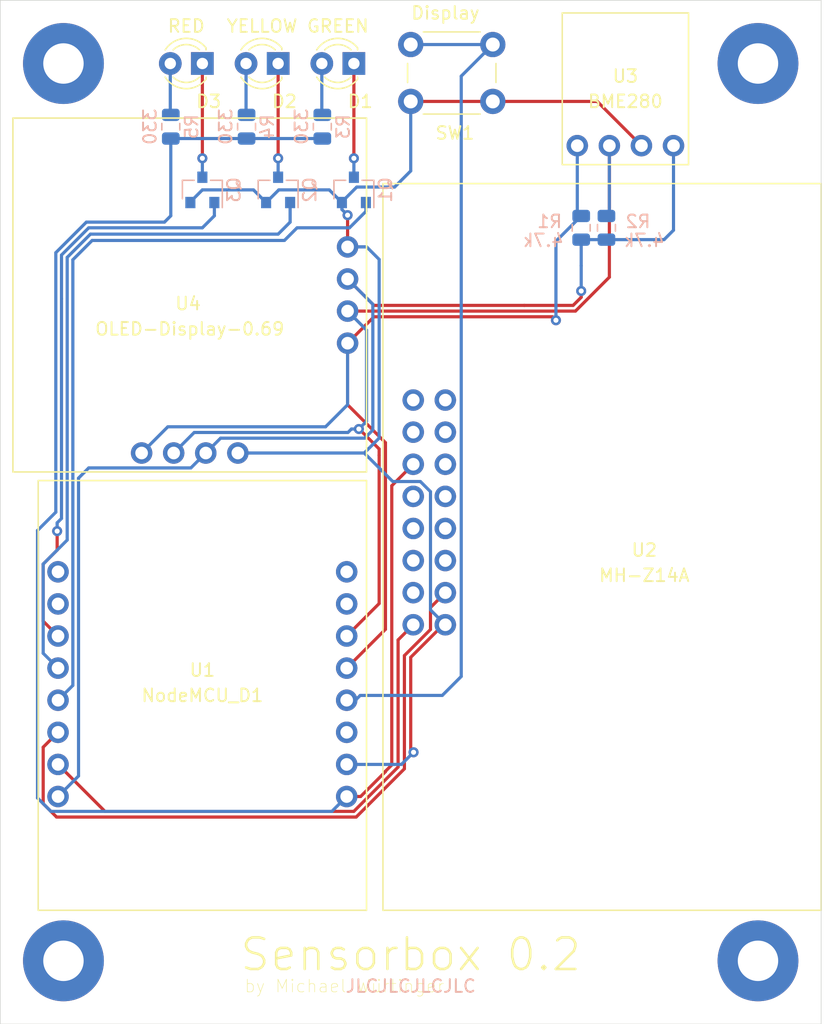
<source format=kicad_pcb>
(kicad_pcb (version 20171130) (host pcbnew 5.1.6+dfsg1-1)

  (general
    (thickness 1.6)
    (drawings 7)
    (tracks 178)
    (zones 0)
    (modules 21)
    (nets 35)
  )

  (page A4)
  (layers
    (0 F.Cu signal)
    (31 B.Cu signal)
    (32 B.Adhes user)
    (33 F.Adhes user)
    (34 B.Paste user)
    (35 F.Paste user)
    (36 B.SilkS user)
    (37 F.SilkS user)
    (38 B.Mask user)
    (39 F.Mask user)
    (40 Dwgs.User user)
    (41 Cmts.User user)
    (42 Eco1.User user)
    (43 Eco2.User user)
    (44 Edge.Cuts user)
    (45 Margin user)
    (46 B.CrtYd user)
    (47 F.CrtYd user)
    (48 B.Fab user)
    (49 F.Fab user)
  )

  (setup
    (last_trace_width 0.25)
    (trace_clearance 0.2)
    (zone_clearance 0.508)
    (zone_45_only no)
    (trace_min 0.127)
    (via_size 0.8)
    (via_drill 0.4)
    (via_min_size 0.4)
    (via_min_drill 0.3)
    (uvia_size 0.3)
    (uvia_drill 0.1)
    (uvias_allowed no)
    (uvia_min_size 0.2)
    (uvia_min_drill 0.1)
    (edge_width 0.05)
    (segment_width 0.2)
    (pcb_text_width 0.3)
    (pcb_text_size 1.5 1.5)
    (mod_edge_width 0.12)
    (mod_text_size 1 1)
    (mod_text_width 0.15)
    (pad_size 6.4 6.4)
    (pad_drill 3.2)
    (pad_to_mask_clearance 0.051)
    (solder_mask_min_width 0.25)
    (aux_axis_origin 0 0)
    (visible_elements FFFFFF7F)
    (pcbplotparams
      (layerselection 0x010f0_ffffffff)
      (usegerberextensions false)
      (usegerberattributes false)
      (usegerberadvancedattributes false)
      (creategerberjobfile false)
      (excludeedgelayer true)
      (linewidth 0.100000)
      (plotframeref false)
      (viasonmask false)
      (mode 1)
      (useauxorigin false)
      (hpglpennumber 1)
      (hpglpenspeed 20)
      (hpglpendiameter 15.000000)
      (psnegative false)
      (psa4output false)
      (plotreference true)
      (plotvalue true)
      (plotinvisibletext false)
      (padsonsilk false)
      (subtractmaskfromsilk false)
      (outputformat 1)
      (mirror false)
      (drillshape 0)
      (scaleselection 1)
      (outputdirectory "gerber"))
  )

  (net 0 "")
  (net 1 GND)
  (net 2 5V)
  (net 3 3V3)
  (net 4 S2)
  (net 5 S1)
  (net 6 SDA)
  (net 7 SCL)
  (net 8 "Net-(U1-Pad8)")
  (net 9 "Net-(U1-Pad7)")
  (net 10 "Net-(U1-Pad3)")
  (net 11 "Net-(U1-Pad9)")
  (net 12 "Net-(U1-Pad10)")
  (net 13 "Net-(U2-Pad2)")
  (net 14 "Net-(U2-Pad14)")
  (net 15 "Net-(U2-Pad15)")
  (net 16 "Net-(U2-Pad4)")
  (net 17 "Net-(U2-Pad8)")
  (net 18 "Net-(U2-Pad6)")
  (net 19 "Net-(U2-Pad9)")
  (net 20 "Net-(U2-Pad7)")
  (net 21 "Net-(U2-Pad5)")
  (net 22 "Net-(U2-Pad3)")
  (net 23 "Net-(U2-Pad16)")
  (net 24 "Net-(U2-Pad17)")
  (net 25 "Net-(D1-Pad1)")
  (net 26 "Net-(D1-Pad2)")
  (net 27 "Net-(D2-Pad2)")
  (net 28 "Net-(D2-Pad1)")
  (net 29 "Net-(D3-Pad2)")
  (net 30 "Net-(D3-Pad1)")
  (net 31 GREEN)
  (net 32 YELLOW)
  (net 33 RED)
  (net 34 DISPLAY)

  (net_class Default "This is the default net class."
    (clearance 0.2)
    (trace_width 0.25)
    (via_dia 0.8)
    (via_drill 0.4)
    (uvia_dia 0.3)
    (uvia_drill 0.1)
    (add_net 3V3)
    (add_net 5V)
    (add_net DISPLAY)
    (add_net GND)
    (add_net GREEN)
    (add_net "Net-(D1-Pad1)")
    (add_net "Net-(D1-Pad2)")
    (add_net "Net-(D2-Pad1)")
    (add_net "Net-(D2-Pad2)")
    (add_net "Net-(D3-Pad1)")
    (add_net "Net-(D3-Pad2)")
    (add_net "Net-(U1-Pad10)")
    (add_net "Net-(U1-Pad3)")
    (add_net "Net-(U1-Pad7)")
    (add_net "Net-(U1-Pad8)")
    (add_net "Net-(U1-Pad9)")
    (add_net "Net-(U2-Pad14)")
    (add_net "Net-(U2-Pad15)")
    (add_net "Net-(U2-Pad16)")
    (add_net "Net-(U2-Pad17)")
    (add_net "Net-(U2-Pad2)")
    (add_net "Net-(U2-Pad3)")
    (add_net "Net-(U2-Pad4)")
    (add_net "Net-(U2-Pad5)")
    (add_net "Net-(U2-Pad6)")
    (add_net "Net-(U2-Pad7)")
    (add_net "Net-(U2-Pad8)")
    (add_net "Net-(U2-Pad9)")
    (add_net RED)
    (add_net S1)
    (add_net S2)
    (add_net SCL)
    (add_net SDA)
    (add_net YELLOW)
  )

  (module sensorbox:MH-Z14A (layer F.Cu) (tedit 5FC13F8D) (tstamp 5FC4270D)
    (at 65 14.5 270)
    (path /5F870D57)
    (fp_text reference U2 (at 29 14 180) (layer F.SilkS)
      (effects (font (size 1 1) (thickness 0.15)))
    )
    (fp_text value MH-Z14A (at 31 14 180) (layer F.SilkS)
      (effects (font (size 1 1) (thickness 0.15)))
    )
    (fp_line (start 0 0) (end 57.5 0) (layer F.Fab) (width 0.12))
    (fp_line (start 0 34.7) (end 57.5 34.7) (layer F.Fab) (width 0.12))
    (fp_line (start 0 0) (end 0 34.7) (layer F.Fab) (width 0.12))
    (fp_line (start 57.5 0) (end 57.5 34.7) (layer F.Fab) (width 0.12))
    (fp_line (start 0 0) (end 57.5 0) (layer F.SilkS) (width 0.12))
    (fp_line (start 0 34.7) (end 57.5 34.7) (layer F.SilkS) (width 0.12))
    (fp_line (start 0 0) (end 0 34.7) (layer F.SilkS) (width 0.12))
    (fp_line (start 57.5 34.7) (end 57.5 0) (layer F.SilkS) (width 0.12))
    (pad 2 thru_hole circle (at 22.21 29.76 270) (size 1.7 1.7) (drill 1) (layers *.Cu *.Mask)
      (net 13 "Net-(U2-Pad2)"))
    (pad 14 thru_hole circle (at 17.13 29.76 270) (size 1.7 1.7) (drill 1) (layers *.Cu *.Mask)
      (net 14 "Net-(U2-Pad14)"))
    (pad 15 thru_hole circle (at 19.67 29.76 270) (size 1.7 1.7) (drill 1) (layers *.Cu *.Mask)
      (net 15 "Net-(U2-Pad15)"))
    (pad 4 thru_hole circle (at 24.75 29.76 270) (size 1.7 1.7) (drill 1) (layers *.Cu *.Mask)
      (net 16 "Net-(U2-Pad4)"))
    (pad 10 thru_hole circle (at 32.37 29.76 270) (size 1.7 1.7) (drill 1) (layers *.Cu *.Mask)
      (net 5 S1))
    (pad 12 thru_hole circle (at 34.91 29.76 270) (size 1.7 1.7) (drill 1) (layers *.Cu *.Mask)
      (net 1 GND))
    (pad 8 thru_hole circle (at 29.83 29.76 270) (size 1.7 1.7) (drill 1) (layers *.Cu *.Mask)
      (net 17 "Net-(U2-Pad8)"))
    (pad 6 thru_hole circle (at 27.29 29.76 270) (size 1.7 1.7) (drill 1) (layers *.Cu *.Mask)
      (net 18 "Net-(U2-Pad6)"))
    (pad 11 thru_hole circle (at 34.91 32.3 270) (size 1.7 1.7) (drill 1) (layers *.Cu *.Mask)
      (net 4 S2))
    (pad 9 thru_hole circle (at 32.37 32.3 270) (size 1.7 1.7) (drill 1) (layers *.Cu *.Mask)
      (net 19 "Net-(U2-Pad9)"))
    (pad 7 thru_hole circle (at 29.83 32.3 270) (size 1.7 1.7) (drill 1) (layers *.Cu *.Mask)
      (net 20 "Net-(U2-Pad7)"))
    (pad 5 thru_hole circle (at 27.29 32.3 270) (size 1.7 1.7) (drill 1) (layers *.Cu *.Mask)
      (net 21 "Net-(U2-Pad5)"))
    (pad 3 thru_hole circle (at 24.75 32.3 270) (size 1.7 1.7) (drill 1) (layers *.Cu *.Mask)
      (net 22 "Net-(U2-Pad3)"))
    (pad 1 thru_hole circle (at 22.21 32.3 270) (size 1.7 1.7) (drill 1) (layers *.Cu *.Mask)
      (net 2 5V))
    (pad 16 thru_hole circle (at 19.67 32.3 270) (size 1.7 1.7) (drill 1) (layers *.Cu *.Mask)
      (net 23 "Net-(U2-Pad16)"))
    (pad 17 thru_hole circle (at 17.13 32.3 270) (size 1.7 1.7) (drill 1) (layers *.Cu *.Mask)
      (net 24 "Net-(U2-Pad17)"))
  )

  (module sensorbox:OLED-Display-0.69 (layer F.Cu) (tedit 5FC13FA3) (tstamp 5FC41DD1)
    (at 15 23.319999 180)
    (path /5F98F406)
    (fp_text reference U5 (at 0.129999 1) (layer F.SilkS) hide
      (effects (font (size 1 1) (thickness 0.15)))
    )
    (fp_text value OLED-Display-0.69 (at 0 -2.680001) (layer F.SilkS)
      (effects (font (size 1 1) (thickness 0.15)))
    )
    (fp_line (start -14 -14) (end 14 -14) (layer F.Fab) (width 0.12))
    (fp_line (start 14 -14) (end 14 14) (layer F.Fab) (width 0.12))
    (fp_line (start 14 14) (end -14 14) (layer F.Fab) (width 0.12))
    (fp_line (start -14 14) (end -14 -14) (layer F.Fab) (width 0.12))
    (fp_line (start -14 -14) (end 14 -14) (layer F.SilkS) (width 0.12))
    (fp_line (start 14 -14) (end 14 14) (layer F.SilkS) (width 0.12))
    (fp_line (start 14 14) (end -14 14) (layer F.SilkS) (width 0.12))
    (fp_line (start -14 14) (end -14 -14) (layer F.SilkS) (width 0.12))
    (pad 4 thru_hole circle (at 3.81 -12.5 180) (size 1.7 1.7) (drill 1) (layers *.Cu *.Mask)
      (net 6 SDA))
    (pad 3 thru_hole circle (at 1.27 -12.5 180) (size 1.7 1.7) (drill 1) (layers *.Cu *.Mask)
      (net 7 SCL))
    (pad 2 thru_hole circle (at -1.27 -12.5 180) (size 1.7 1.7) (drill 1) (layers *.Cu *.Mask)
      (net 3 3V3))
    (pad 1 thru_hole circle (at -3.81 -12.5 180) (size 1.7 1.7) (drill 1) (layers *.Cu *.Mask)
      (net 1 GND))
  )

  (module sensorbox:OLED-Display-0.69 (layer F.Cu) (tedit 5FC13FA3) (tstamp 5FC41DFE)
    (at 15 23.319999 270)
    (path /5F875EE2)
    (fp_text reference U4 (at 0.680001 0.129999 180) (layer F.SilkS)
      (effects (font (size 1 1) (thickness 0.15)))
    )
    (fp_text value OLED-Display-0.69 (at 0 -2 90) (layer F.Fab) hide
      (effects (font (size 1 1) (thickness 0.15)))
    )
    (fp_line (start -14 -14) (end 14 -14) (layer F.Fab) (width 0.12))
    (fp_line (start 14 -14) (end 14 14) (layer F.Fab) (width 0.12))
    (fp_line (start 14 14) (end -14 14) (layer F.Fab) (width 0.12))
    (fp_line (start -14 14) (end -14 -14) (layer F.Fab) (width 0.12))
    (fp_line (start -14 -14) (end 14 -14) (layer F.SilkS) (width 0.12))
    (fp_line (start 14 -14) (end 14 14) (layer F.SilkS) (width 0.12))
    (fp_line (start 14 14) (end -14 14) (layer F.SilkS) (width 0.12))
    (fp_line (start -14 14) (end -14 -14) (layer F.SilkS) (width 0.12))
    (pad 4 thru_hole circle (at 3.81 -12.5 270) (size 1.7 1.7) (drill 1) (layers *.Cu *.Mask)
      (net 6 SDA))
    (pad 3 thru_hole circle (at 1.27 -12.5 270) (size 1.7 1.7) (drill 1) (layers *.Cu *.Mask)
      (net 7 SCL))
    (pad 2 thru_hole circle (at -1.27 -12.5 270) (size 1.7 1.7) (drill 1) (layers *.Cu *.Mask)
      (net 3 3V3))
    (pad 1 thru_hole circle (at -3.81 -12.5 270) (size 1.7 1.7) (drill 1) (layers *.Cu *.Mask)
      (net 1 GND))
  )

  (module sensorbox:BME280 (layer F.Cu) (tedit 5FC13F4D) (tstamp 5FC41EDF)
    (at 49.5 7 180)
    (path /5F878379)
    (fp_text reference U3 (at 0 1) (layer F.SilkS)
      (effects (font (size 1 1) (thickness 0.15)))
    )
    (fp_text value BME280 (at 0 -1) (layer F.SilkS)
      (effects (font (size 1 1) (thickness 0.15)))
    )
    (fp_line (start -5 6) (end -5 -6) (layer F.SilkS) (width 0.12))
    (fp_line (start 5 6) (end -5 6) (layer F.SilkS) (width 0.12))
    (fp_line (start 5 -6) (end 5 6) (layer F.SilkS) (width 0.12))
    (fp_line (start -5 -6) (end 5 -6) (layer F.SilkS) (width 0.12))
    (fp_line (start -5 6) (end -5 -6) (layer F.Fab) (width 0.12))
    (fp_line (start 5 6) (end -5 6) (layer F.Fab) (width 0.12))
    (fp_line (start 5 -6) (end 5 6) (layer F.Fab) (width 0.12))
    (fp_line (start -5 -6) (end 5 -6) (layer F.Fab) (width 0.12))
    (pad 4 thru_hole circle (at 3.81 -4.5 180) (size 1.7 1.7) (drill 1) (layers *.Cu *.Mask)
      (net 6 SDA))
    (pad 3 thru_hole circle (at 1.27 -4.5 180) (size 1.7 1.7) (drill 1) (layers *.Cu *.Mask)
      (net 7 SCL))
    (pad 2 thru_hole circle (at -1.27 -4.5 180) (size 1.7 1.7) (drill 1) (layers *.Cu *.Mask)
      (net 1 GND))
    (pad 1 thru_hole circle (at -3.81 -4.5 180) (size 1.7 1.7) (drill 1) (layers *.Cu *.Mask)
      (net 3 3V3))
  )

  (module sensorbox:NodeMCU_D1 (layer F.Cu) (tedit 5F833040) (tstamp 5FC422E1)
    (at 16 72 90)
    (path /5F86460D)
    (fp_text reference U1 (at 19 0 180) (layer F.SilkS)
      (effects (font (size 1 1) (thickness 0.15)))
    )
    (fp_text value NodeMCU_D1 (at 17 0 180) (layer F.SilkS)
      (effects (font (size 1 1) (thickness 0.15)))
    )
    (fp_line (start 0 13) (end 34 13) (layer F.Fab) (width 0.12))
    (fp_line (start 0 -13) (end 34 -13) (layer F.Fab) (width 0.12))
    (fp_line (start 34 -13) (end 34 13) (layer F.Fab) (width 0.12))
    (fp_line (start 0 -13) (end 0 13) (layer F.Fab) (width 0.12))
    (fp_line (start 0 -13) (end 34 -13) (layer F.SilkS) (width 0.12))
    (fp_line (start 34 -13) (end 34 13) (layer F.SilkS) (width 0.12))
    (fp_line (start 34 13) (end 0 13) (layer F.SilkS) (width 0.12))
    (fp_line (start 0 13) (end 0 -13) (layer F.SilkS) (width 0.12))
    (fp_line (start 0 -2) (end 2 -2) (layer Dwgs.User) (width 0.12))
    (fp_line (start 2 -2) (end 2 2) (layer Dwgs.User) (width 0.12))
    (fp_line (start 2 2) (end 0 2) (layer Dwgs.User) (width 0.12))
    (fp_line (start 34 -9) (end 28 -9) (layer Dwgs.User) (width 0.12))
    (fp_line (start 28 -9) (end 28 7) (layer Dwgs.User) (width 0.12))
    (fp_line (start 28 7) (end 34 7) (layer Dwgs.User) (width 0.12))
    (pad 8 thru_hole circle (at 26.78 11.43 90) (size 1.7 1.7) (drill 1) (layers *.Cu *.Mask)
      (net 8 "Net-(U1-Pad8)"))
    (pad 2 thru_hole circle (at 11.54 11.43 90) (size 1.7 1.7) (drill 1) (layers *.Cu *.Mask)
      (net 1 GND))
    (pad 1 thru_hole circle (at 9 11.43 90) (size 1.7 1.7) (drill 1) (layers *.Cu *.Mask)
      (net 2 5V))
    (pad 7 thru_hole circle (at 24.24 11.43 90) (size 1.7 1.7) (drill 1) (layers *.Cu *.Mask)
      (net 9 "Net-(U1-Pad7)"))
    (pad 6 thru_hole circle (at 21.7 11.43 90) (size 1.7 1.7) (drill 1) (layers *.Cu *.Mask)
      (net 7 SCL))
    (pad 3 thru_hole circle (at 14.08 11.43 90) (size 1.7 1.7) (drill 1) (layers *.Cu *.Mask)
      (net 10 "Net-(U1-Pad3)"))
    (pad 4 thru_hole circle (at 16.62 11.43 90) (size 1.7 1.7) (drill 1) (layers *.Cu *.Mask)
      (net 34 DISPLAY))
    (pad 5 thru_hole circle (at 19.16 11.43 90) (size 1.7 1.7) (drill 1) (layers *.Cu *.Mask)
      (net 6 SDA))
    (pad 9 thru_hole circle (at 26.78 -11.43 90) (size 1.7 1.7) (drill 1) (layers *.Cu *.Mask)
      (net 11 "Net-(U1-Pad9)"))
    (pad 10 thru_hole circle (at 24.24 -11.43 90) (size 1.7 1.7) (drill 1) (layers *.Cu *.Mask)
      (net 12 "Net-(U1-Pad10)"))
    (pad 11 thru_hole circle (at 21.7 -11.43 90) (size 1.7 1.7) (drill 1) (layers *.Cu *.Mask)
      (net 33 RED))
    (pad 12 thru_hole circle (at 19.16 -11.43 90) (size 1.7 1.7) (drill 1) (layers *.Cu *.Mask)
      (net 32 YELLOW))
    (pad 13 thru_hole circle (at 16.62 -11.43 90) (size 1.7 1.7) (drill 1) (layers *.Cu *.Mask)
      (net 31 GREEN))
    (pad 14 thru_hole circle (at 14.08 -11.43 90) (size 1.7 1.7) (drill 1) (layers *.Cu *.Mask)
      (net 5 S1))
    (pad 15 thru_hole circle (at 11.54 -11.43 90) (size 1.7 1.7) (drill 1) (layers *.Cu *.Mask)
      (net 4 S2))
    (pad 16 thru_hole circle (at 9 -11.43 90) (size 1.7 1.7) (drill 1) (layers *.Cu *.Mask)
      (net 3 3V3))
  )

  (module LED_THT:LED_D3.0mm (layer F.Cu) (tedit 587A3A7B) (tstamp 5FC421D9)
    (at 16 5 180)
    (descr "LED, diameter 3.0mm, 2 pins")
    (tags "LED diameter 3.0mm 2 pins")
    (path /5F884E0D)
    (fp_text reference D3 (at -0.5 -3) (layer F.SilkS)
      (effects (font (size 1 1) (thickness 0.15)))
    )
    (fp_text value RED (at 1.27 2.96) (layer F.SilkS)
      (effects (font (size 1 1) (thickness 0.15)))
    )
    (fp_line (start 3.7 -2.25) (end -1.15 -2.25) (layer F.CrtYd) (width 0.05))
    (fp_line (start 3.7 2.25) (end 3.7 -2.25) (layer F.CrtYd) (width 0.05))
    (fp_line (start -1.15 2.25) (end 3.7 2.25) (layer F.CrtYd) (width 0.05))
    (fp_line (start -1.15 -2.25) (end -1.15 2.25) (layer F.CrtYd) (width 0.05))
    (fp_line (start -0.29 1.08) (end -0.29 1.236) (layer F.SilkS) (width 0.12))
    (fp_line (start -0.29 -1.236) (end -0.29 -1.08) (layer F.SilkS) (width 0.12))
    (fp_line (start -0.23 -1.16619) (end -0.23 1.16619) (layer F.Fab) (width 0.1))
    (fp_circle (center 1.27 0) (end 2.77 0) (layer F.Fab) (width 0.1))
    (fp_arc (start 1.27 0) (end 0.229039 1.08) (angle -87.9) (layer F.SilkS) (width 0.12))
    (fp_arc (start 1.27 0) (end 0.229039 -1.08) (angle 87.9) (layer F.SilkS) (width 0.12))
    (fp_arc (start 1.27 0) (end -0.29 1.235516) (angle -108.8) (layer F.SilkS) (width 0.12))
    (fp_arc (start 1.27 0) (end -0.29 -1.235516) (angle 108.8) (layer F.SilkS) (width 0.12))
    (fp_arc (start 1.27 0) (end -0.23 -1.16619) (angle 284.3) (layer F.Fab) (width 0.1))
    (pad 2 thru_hole circle (at 2.54 0 180) (size 1.8 1.8) (drill 0.9) (layers *.Cu *.Mask)
      (net 29 "Net-(D3-Pad2)"))
    (pad 1 thru_hole rect (at 0 0 180) (size 1.8 1.8) (drill 0.9) (layers *.Cu *.Mask)
      (net 30 "Net-(D3-Pad1)"))
    (model ${KISYS3DMOD}/LED_THT.3dshapes/LED_D3.0mm.wrl
      (at (xyz 0 0 0))
      (scale (xyz 1 1 1))
      (rotate (xyz 0 0 0))
    )
  )

  (module LED_THT:LED_D3.0mm (layer F.Cu) (tedit 587A3A7B) (tstamp 5FC421A3)
    (at 22 5 180)
    (descr "LED, diameter 3.0mm, 2 pins")
    (tags "LED diameter 3.0mm 2 pins")
    (path /5F8F0CFC)
    (fp_text reference D2 (at -0.5 -3) (layer F.SilkS)
      (effects (font (size 1 1) (thickness 0.15)))
    )
    (fp_text value YELLOW (at 1.27 2.96) (layer F.SilkS)
      (effects (font (size 1 1) (thickness 0.15)))
    )
    (fp_line (start 3.7 -2.25) (end -1.15 -2.25) (layer F.CrtYd) (width 0.05))
    (fp_line (start 3.7 2.25) (end 3.7 -2.25) (layer F.CrtYd) (width 0.05))
    (fp_line (start -1.15 2.25) (end 3.7 2.25) (layer F.CrtYd) (width 0.05))
    (fp_line (start -1.15 -2.25) (end -1.15 2.25) (layer F.CrtYd) (width 0.05))
    (fp_line (start -0.29 1.08) (end -0.29 1.236) (layer F.SilkS) (width 0.12))
    (fp_line (start -0.29 -1.236) (end -0.29 -1.08) (layer F.SilkS) (width 0.12))
    (fp_line (start -0.23 -1.16619) (end -0.23 1.16619) (layer F.Fab) (width 0.1))
    (fp_circle (center 1.27 0) (end 2.77 0) (layer F.Fab) (width 0.1))
    (fp_arc (start 1.27 0) (end 0.229039 1.08) (angle -87.9) (layer F.SilkS) (width 0.12))
    (fp_arc (start 1.27 0) (end 0.229039 -1.08) (angle 87.9) (layer F.SilkS) (width 0.12))
    (fp_arc (start 1.27 0) (end -0.29 1.235516) (angle -108.8) (layer F.SilkS) (width 0.12))
    (fp_arc (start 1.27 0) (end -0.29 -1.235516) (angle 108.8) (layer F.SilkS) (width 0.12))
    (fp_arc (start 1.27 0) (end -0.23 -1.16619) (angle 284.3) (layer F.Fab) (width 0.1))
    (pad 2 thru_hole circle (at 2.54 0 180) (size 1.8 1.8) (drill 0.9) (layers *.Cu *.Mask)
      (net 27 "Net-(D2-Pad2)"))
    (pad 1 thru_hole rect (at 0 0 180) (size 1.8 1.8) (drill 0.9) (layers *.Cu *.Mask)
      (net 28 "Net-(D2-Pad1)"))
    (model ${KISYS3DMOD}/LED_THT.3dshapes/LED_D3.0mm.wrl
      (at (xyz 0 0 0))
      (scale (xyz 1 1 1))
      (rotate (xyz 0 0 0))
    )
  )

  (module MountingHole:MountingHole_3.2mm_M3_Pad (layer F.Cu) (tedit 56D1B4CB) (tstamp 5FC42183)
    (at 60 76)
    (descr "Mounting Hole 3.2mm, M3")
    (tags "mounting hole 3.2mm m3")
    (attr virtual)
    (fp_text reference REF** (at 0 -4.2) (layer F.SilkS) hide
      (effects (font (size 1 1) (thickness 0.15)))
    )
    (fp_text value MountingHole_3.2mm_M3_Pad (at 0 4.2) (layer F.Fab) hide
      (effects (font (size 1 1) (thickness 0.15)))
    )
    (fp_circle (center 0 0) (end 3.45 0) (layer F.CrtYd) (width 0.05))
    (fp_circle (center 0 0) (end 3.2 0) (layer Cmts.User) (width 0.15))
    (fp_text user %R (at 0.3 0) (layer F.Fab)
      (effects (font (size 1 1) (thickness 0.15)))
    )
    (pad 1 thru_hole circle (at 0 0) (size 6.4 6.4) (drill 3.2) (layers *.Cu *.Mask))
  )

  (module Package_TO_SOT_SMD:SOT-23 (layer B.Cu) (tedit 5A02FF57) (tstamp 5FC42154)
    (at 28 15 90)
    (descr "SOT-23, Standard")
    (tags SOT-23)
    (path /5F8EE26C)
    (attr smd)
    (fp_text reference Q1 (at 0 2.5 90) (layer B.SilkS)
      (effects (font (size 1 1) (thickness 0.15)) (justify mirror))
    )
    (fp_text value 2N7002 (at 0 -2.5 90) (layer B.Fab) hide
      (effects (font (size 1 1) (thickness 0.15)) (justify mirror))
    )
    (fp_line (start 0.76 -1.58) (end -0.7 -1.58) (layer B.SilkS) (width 0.12))
    (fp_line (start 0.76 1.58) (end -1.4 1.58) (layer B.SilkS) (width 0.12))
    (fp_line (start -1.7 -1.75) (end -1.7 1.75) (layer B.CrtYd) (width 0.05))
    (fp_line (start 1.7 -1.75) (end -1.7 -1.75) (layer B.CrtYd) (width 0.05))
    (fp_line (start 1.7 1.75) (end 1.7 -1.75) (layer B.CrtYd) (width 0.05))
    (fp_line (start -1.7 1.75) (end 1.7 1.75) (layer B.CrtYd) (width 0.05))
    (fp_line (start 0.76 1.58) (end 0.76 0.65) (layer B.SilkS) (width 0.12))
    (fp_line (start 0.76 -1.58) (end 0.76 -0.65) (layer B.SilkS) (width 0.12))
    (fp_line (start -0.7 -1.52) (end 0.7 -1.52) (layer B.Fab) (width 0.1))
    (fp_line (start 0.7 1.52) (end 0.7 -1.52) (layer B.Fab) (width 0.1))
    (fp_line (start -0.7 0.95) (end -0.15 1.52) (layer B.Fab) (width 0.1))
    (fp_line (start -0.15 1.52) (end 0.7 1.52) (layer B.Fab) (width 0.1))
    (fp_line (start -0.7 0.95) (end -0.7 -1.5) (layer B.Fab) (width 0.1))
    (fp_text user %R (at 0 0 180) (layer B.Fab)
      (effects (font (size 0.5 0.5) (thickness 0.075)) (justify mirror))
    )
    (pad 3 smd rect (at 1 0 90) (size 0.9 0.8) (layers B.Cu B.Paste B.Mask)
      (net 25 "Net-(D1-Pad1)"))
    (pad 2 smd rect (at -1 -0.95 90) (size 0.9 0.8) (layers B.Cu B.Paste B.Mask)
      (net 1 GND))
    (pad 1 smd rect (at -1 0.95 90) (size 0.9 0.8) (layers B.Cu B.Paste B.Mask)
      (net 31 GREEN))
    (model ${KISYS3DMOD}/Package_TO_SOT_SMD.3dshapes/SOT-23.wrl
      (at (xyz 0 0 0))
      (scale (xyz 1 1 1))
      (rotate (xyz 0 0 0))
    )
  )

  (module LED_THT:LED_D3.0mm (layer F.Cu) (tedit 587A3A7B) (tstamp 5FC42107)
    (at 28 5 180)
    (descr "LED, diameter 3.0mm, 2 pins")
    (tags "LED diameter 3.0mm 2 pins")
    (path /5F8EE25E)
    (fp_text reference D1 (at -0.5 -3) (layer F.SilkS)
      (effects (font (size 1 1) (thickness 0.15)))
    )
    (fp_text value GREEN (at 1.27 2.96) (layer F.SilkS)
      (effects (font (size 1 1) (thickness 0.15)))
    )
    (fp_line (start 3.7 -2.25) (end -1.15 -2.25) (layer F.CrtYd) (width 0.05))
    (fp_line (start 3.7 2.25) (end 3.7 -2.25) (layer F.CrtYd) (width 0.05))
    (fp_line (start -1.15 2.25) (end 3.7 2.25) (layer F.CrtYd) (width 0.05))
    (fp_line (start -1.15 -2.25) (end -1.15 2.25) (layer F.CrtYd) (width 0.05))
    (fp_line (start -0.29 1.08) (end -0.29 1.236) (layer F.SilkS) (width 0.12))
    (fp_line (start -0.29 -1.236) (end -0.29 -1.08) (layer F.SilkS) (width 0.12))
    (fp_line (start -0.23 -1.16619) (end -0.23 1.16619) (layer F.Fab) (width 0.1))
    (fp_circle (center 1.27 0) (end 2.77 0) (layer F.Fab) (width 0.1))
    (fp_arc (start 1.27 0) (end 0.229039 1.08) (angle -87.9) (layer F.SilkS) (width 0.12))
    (fp_arc (start 1.27 0) (end 0.229039 -1.08) (angle 87.9) (layer F.SilkS) (width 0.12))
    (fp_arc (start 1.27 0) (end -0.29 1.235516) (angle -108.8) (layer F.SilkS) (width 0.12))
    (fp_arc (start 1.27 0) (end -0.29 -1.235516) (angle 108.8) (layer F.SilkS) (width 0.12))
    (fp_arc (start 1.27 0) (end -0.23 -1.16619) (angle 284.3) (layer F.Fab) (width 0.1))
    (pad 2 thru_hole circle (at 2.54 0 180) (size 1.8 1.8) (drill 0.9) (layers *.Cu *.Mask)
      (net 26 "Net-(D1-Pad2)"))
    (pad 1 thru_hole rect (at 0 0 180) (size 1.8 1.8) (drill 0.9) (layers *.Cu *.Mask)
      (net 25 "Net-(D1-Pad1)"))
    (model ${KISYS3DMOD}/LED_THT.3dshapes/LED_D3.0mm.wrl
      (at (xyz 0 0 0))
      (scale (xyz 1 1 1))
      (rotate (xyz 0 0 0))
    )
  )

  (module Button_Switch_THT:SW_PUSH_6mm (layer F.Cu) (tedit 5A02FE31) (tstamp 5FC420B9)
    (at 39 8 180)
    (descr https://www.omron.com/ecb/products/pdf/en-b3f.pdf)
    (tags "tact sw push 6mm")
    (path /5F87CC89)
    (fp_text reference SW1 (at 3 -2.5) (layer F.SilkS)
      (effects (font (size 1 1) (thickness 0.15)))
    )
    (fp_text value Display (at 3.75 7) (layer F.SilkS)
      (effects (font (size 1 1) (thickness 0.15)))
    )
    (fp_circle (center 3.25 2.25) (end 1.25 2.5) (layer F.Fab) (width 0.1))
    (fp_line (start 6.75 3) (end 6.75 1.5) (layer F.SilkS) (width 0.12))
    (fp_line (start 5.5 -1) (end 1 -1) (layer F.SilkS) (width 0.12))
    (fp_line (start -0.25 1.5) (end -0.25 3) (layer F.SilkS) (width 0.12))
    (fp_line (start 1 5.5) (end 5.5 5.5) (layer F.SilkS) (width 0.12))
    (fp_line (start 8 -1.25) (end 8 5.75) (layer F.CrtYd) (width 0.05))
    (fp_line (start 7.75 6) (end -1.25 6) (layer F.CrtYd) (width 0.05))
    (fp_line (start -1.5 5.75) (end -1.5 -1.25) (layer F.CrtYd) (width 0.05))
    (fp_line (start -1.25 -1.5) (end 7.75 -1.5) (layer F.CrtYd) (width 0.05))
    (fp_line (start -1.5 6) (end -1.25 6) (layer F.CrtYd) (width 0.05))
    (fp_line (start -1.5 5.75) (end -1.5 6) (layer F.CrtYd) (width 0.05))
    (fp_line (start -1.5 -1.5) (end -1.25 -1.5) (layer F.CrtYd) (width 0.05))
    (fp_line (start -1.5 -1.25) (end -1.5 -1.5) (layer F.CrtYd) (width 0.05))
    (fp_line (start 8 -1.5) (end 8 -1.25) (layer F.CrtYd) (width 0.05))
    (fp_line (start 7.75 -1.5) (end 8 -1.5) (layer F.CrtYd) (width 0.05))
    (fp_line (start 8 6) (end 8 5.75) (layer F.CrtYd) (width 0.05))
    (fp_line (start 7.75 6) (end 8 6) (layer F.CrtYd) (width 0.05))
    (fp_line (start 0.25 -0.75) (end 3.25 -0.75) (layer F.Fab) (width 0.1))
    (fp_line (start 0.25 5.25) (end 0.25 -0.75) (layer F.Fab) (width 0.1))
    (fp_line (start 6.25 5.25) (end 0.25 5.25) (layer F.Fab) (width 0.1))
    (fp_line (start 6.25 -0.75) (end 6.25 5.25) (layer F.Fab) (width 0.1))
    (fp_line (start 3.25 -0.75) (end 6.25 -0.75) (layer F.Fab) (width 0.1))
    (fp_text user %R (at 3.25 2.25) (layer F.Fab)
      (effects (font (size 1 1) (thickness 0.15)))
    )
    (pad 1 thru_hole circle (at 6.5 0 270) (size 2 2) (drill 1.1) (layers *.Cu *.Mask)
      (net 1 GND))
    (pad 2 thru_hole circle (at 6.5 4.5 270) (size 2 2) (drill 1.1) (layers *.Cu *.Mask)
      (net 34 DISPLAY))
    (pad 1 thru_hole circle (at 0 0 270) (size 2 2) (drill 1.1) (layers *.Cu *.Mask)
      (net 1 GND))
    (pad 2 thru_hole circle (at 0 4.5 270) (size 2 2) (drill 1.1) (layers *.Cu *.Mask)
      (net 34 DISPLAY))
    (model ${KISYS3DMOD}/Button_Switch_THT.3dshapes/SW_PUSH_6mm.wrl
      (at (xyz 0 0 0))
      (scale (xyz 1 1 1))
      (rotate (xyz 0 0 0))
    )
  )

  (module MountingHole:MountingHole_3.2mm_M3_Pad (layer F.Cu) (tedit 56D1B4CB) (tstamp 5FC4208D)
    (at 5 76)
    (descr "Mounting Hole 3.2mm, M3")
    (tags "mounting hole 3.2mm m3")
    (attr virtual)
    (fp_text reference REF** (at 0 -4.2) (layer F.SilkS) hide
      (effects (font (size 1 1) (thickness 0.15)))
    )
    (fp_text value MountingHole_3.2mm_M3_Pad (at 0 4.2) (layer F.Fab) hide
      (effects (font (size 1 1) (thickness 0.15)))
    )
    (fp_circle (center 0 0) (end 3.2 0) (layer Cmts.User) (width 0.15))
    (fp_circle (center 0 0) (end 3.45 0) (layer F.CrtYd) (width 0.05))
    (fp_text user %R (at 0.3 0) (layer F.Fab)
      (effects (font (size 1 1) (thickness 0.15)))
    )
    (pad 1 thru_hole circle (at 0 0) (size 6.4 6.4) (drill 3.2) (layers *.Cu *.Mask))
  )

  (module Resistor_SMD:R_0805_2012Metric (layer B.Cu) (tedit 5B36C52B) (tstamp 5FC42063)
    (at 48 18 90)
    (descr "Resistor SMD 0805 (2012 Metric), square (rectangular) end terminal, IPC_7351 nominal, (Body size source: https://docs.google.com/spreadsheets/d/1BsfQQcO9C6DZCsRaXUlFlo91Tg2WpOkGARC1WS5S8t0/edit?usp=sharing), generated with kicad-footprint-generator")
    (tags resistor)
    (path /5F84144D)
    (attr smd)
    (fp_text reference R2 (at 0.5 2.5 180) (layer B.SilkS)
      (effects (font (size 1 1) (thickness 0.15)) (justify mirror))
    )
    (fp_text value 4.7k (at -1 -5 180) (layer B.SilkS)
      (effects (font (size 1 1) (thickness 0.15)) (justify mirror))
    )
    (fp_line (start 1.68 -0.95) (end -1.68 -0.95) (layer B.CrtYd) (width 0.05))
    (fp_line (start 1.68 0.95) (end 1.68 -0.95) (layer B.CrtYd) (width 0.05))
    (fp_line (start -1.68 0.95) (end 1.68 0.95) (layer B.CrtYd) (width 0.05))
    (fp_line (start -1.68 -0.95) (end -1.68 0.95) (layer B.CrtYd) (width 0.05))
    (fp_line (start -0.258578 -0.71) (end 0.258578 -0.71) (layer B.SilkS) (width 0.12))
    (fp_line (start -0.258578 0.71) (end 0.258578 0.71) (layer B.SilkS) (width 0.12))
    (fp_line (start 1 -0.6) (end -1 -0.6) (layer B.Fab) (width 0.1))
    (fp_line (start 1 0.6) (end 1 -0.6) (layer B.Fab) (width 0.1))
    (fp_line (start -1 0.6) (end 1 0.6) (layer B.Fab) (width 0.1))
    (fp_line (start -1 -0.6) (end -1 0.6) (layer B.Fab) (width 0.1))
    (fp_text user %R (at 0 0 90) (layer B.Fab)
      (effects (font (size 0.5 0.5) (thickness 0.08)) (justify mirror))
    )
    (pad 2 smd roundrect (at 0.9375 0 90) (size 0.975 1.4) (layers B.Cu B.Paste B.Mask) (roundrect_rratio 0.25)
      (net 7 SCL))
    (pad 1 smd roundrect (at -0.9375 0 90) (size 0.975 1.4) (layers B.Cu B.Paste B.Mask) (roundrect_rratio 0.25)
      (net 3 3V3))
    (model ${KISYS3DMOD}/Resistor_SMD.3dshapes/R_0805_2012Metric.wrl
      (at (xyz 0 0 0))
      (scale (xyz 1 1 1))
      (rotate (xyz 0 0 0))
    )
  )

  (module Resistor_SMD:R_0805_2012Metric (layer B.Cu) (tedit 5B36C52B) (tstamp 5FC4201E)
    (at 46 18 90)
    (descr "Resistor SMD 0805 (2012 Metric), square (rectangular) end terminal, IPC_7351 nominal, (Body size source: https://docs.google.com/spreadsheets/d/1BsfQQcO9C6DZCsRaXUlFlo91Tg2WpOkGARC1WS5S8t0/edit?usp=sharing), generated with kicad-footprint-generator")
    (tags resistor)
    (path /5F841061)
    (attr smd)
    (fp_text reference R1 (at 0.5 -2.5 180) (layer B.SilkS)
      (effects (font (size 1 1) (thickness 0.15)) (justify mirror))
    )
    (fp_text value 4.7k (at -1 5 180) (layer B.SilkS)
      (effects (font (size 1 1) (thickness 0.15)) (justify mirror))
    )
    (fp_line (start 1.68 -0.95) (end -1.68 -0.95) (layer B.CrtYd) (width 0.05))
    (fp_line (start 1.68 0.95) (end 1.68 -0.95) (layer B.CrtYd) (width 0.05))
    (fp_line (start -1.68 0.95) (end 1.68 0.95) (layer B.CrtYd) (width 0.05))
    (fp_line (start -1.68 -0.95) (end -1.68 0.95) (layer B.CrtYd) (width 0.05))
    (fp_line (start -0.258578 -0.71) (end 0.258578 -0.71) (layer B.SilkS) (width 0.12))
    (fp_line (start -0.258578 0.71) (end 0.258578 0.71) (layer B.SilkS) (width 0.12))
    (fp_line (start 1 -0.6) (end -1 -0.6) (layer B.Fab) (width 0.1))
    (fp_line (start 1 0.6) (end 1 -0.6) (layer B.Fab) (width 0.1))
    (fp_line (start -1 0.6) (end 1 0.6) (layer B.Fab) (width 0.1))
    (fp_line (start -1 -0.6) (end -1 0.6) (layer B.Fab) (width 0.1))
    (fp_text user %R (at 0 0 90) (layer B.Fab)
      (effects (font (size 0.5 0.5) (thickness 0.08)) (justify mirror))
    )
    (pad 2 smd roundrect (at 0.9375 0 90) (size 0.975 1.4) (layers B.Cu B.Paste B.Mask) (roundrect_rratio 0.25)
      (net 6 SDA))
    (pad 1 smd roundrect (at -0.9375 0 90) (size 0.975 1.4) (layers B.Cu B.Paste B.Mask) (roundrect_rratio 0.25)
      (net 3 3V3))
    (model ${KISYS3DMOD}/Resistor_SMD.3dshapes/R_0805_2012Metric.wrl
      (at (xyz 0 0 0))
      (scale (xyz 1 1 1))
      (rotate (xyz 0 0 0))
    )
  )

  (module Resistor_SMD:R_0805_2012Metric (layer B.Cu) (tedit 5B36C52B) (tstamp 5FC41FEE)
    (at 13.5 10 90)
    (descr "Resistor SMD 0805 (2012 Metric), square (rectangular) end terminal, IPC_7351 nominal, (Body size source: https://docs.google.com/spreadsheets/d/1BsfQQcO9C6DZCsRaXUlFlo91Tg2WpOkGARC1WS5S8t0/edit?usp=sharing), generated with kicad-footprint-generator")
    (tags resistor)
    (path /5F88657F)
    (attr smd)
    (fp_text reference R5 (at 0 1.65 90) (layer B.SilkS)
      (effects (font (size 1 1) (thickness 0.15)) (justify mirror))
    )
    (fp_text value 330 (at 0 -1.65 90) (layer B.SilkS)
      (effects (font (size 1 1) (thickness 0.15)) (justify mirror))
    )
    (fp_line (start 1.68 -0.95) (end -1.68 -0.95) (layer B.CrtYd) (width 0.05))
    (fp_line (start 1.68 0.95) (end 1.68 -0.95) (layer B.CrtYd) (width 0.05))
    (fp_line (start -1.68 0.95) (end 1.68 0.95) (layer B.CrtYd) (width 0.05))
    (fp_line (start -1.68 -0.95) (end -1.68 0.95) (layer B.CrtYd) (width 0.05))
    (fp_line (start -0.258578 -0.71) (end 0.258578 -0.71) (layer B.SilkS) (width 0.12))
    (fp_line (start -0.258578 0.71) (end 0.258578 0.71) (layer B.SilkS) (width 0.12))
    (fp_line (start 1 -0.6) (end -1 -0.6) (layer B.Fab) (width 0.1))
    (fp_line (start 1 0.6) (end 1 -0.6) (layer B.Fab) (width 0.1))
    (fp_line (start -1 0.6) (end 1 0.6) (layer B.Fab) (width 0.1))
    (fp_line (start -1 -0.6) (end -1 0.6) (layer B.Fab) (width 0.1))
    (fp_text user %R (at 0 0 90) (layer B.Fab)
      (effects (font (size 0.5 0.5) (thickness 0.08)) (justify mirror))
    )
    (pad 2 smd roundrect (at 0.9375 0 90) (size 0.975 1.4) (layers B.Cu B.Paste B.Mask) (roundrect_rratio 0.25)
      (net 29 "Net-(D3-Pad2)"))
    (pad 1 smd roundrect (at -0.9375 0 90) (size 0.975 1.4) (layers B.Cu B.Paste B.Mask) (roundrect_rratio 0.25)
      (net 2 5V))
    (model ${KISYS3DMOD}/Resistor_SMD.3dshapes/R_0805_2012Metric.wrl
      (at (xyz 0 0 0))
      (scale (xyz 1 1 1))
      (rotate (xyz 0 0 0))
    )
  )

  (module Resistor_SMD:R_0805_2012Metric (layer B.Cu) (tedit 5B36C52B) (tstamp 5FC41FBE)
    (at 19.5 10 90)
    (descr "Resistor SMD 0805 (2012 Metric), square (rectangular) end terminal, IPC_7351 nominal, (Body size source: https://docs.google.com/spreadsheets/d/1BsfQQcO9C6DZCsRaXUlFlo91Tg2WpOkGARC1WS5S8t0/edit?usp=sharing), generated with kicad-footprint-generator")
    (tags resistor)
    (path /5F8F0D03)
    (attr smd)
    (fp_text reference R4 (at 0 1.65 90) (layer B.SilkS)
      (effects (font (size 1 1) (thickness 0.15)) (justify mirror))
    )
    (fp_text value 330 (at 0 -1.65 90) (layer B.SilkS)
      (effects (font (size 1 1) (thickness 0.15)) (justify mirror))
    )
    (fp_line (start 1.68 -0.95) (end -1.68 -0.95) (layer B.CrtYd) (width 0.05))
    (fp_line (start 1.68 0.95) (end 1.68 -0.95) (layer B.CrtYd) (width 0.05))
    (fp_line (start -1.68 0.95) (end 1.68 0.95) (layer B.CrtYd) (width 0.05))
    (fp_line (start -1.68 -0.95) (end -1.68 0.95) (layer B.CrtYd) (width 0.05))
    (fp_line (start -0.258578 -0.71) (end 0.258578 -0.71) (layer B.SilkS) (width 0.12))
    (fp_line (start -0.258578 0.71) (end 0.258578 0.71) (layer B.SilkS) (width 0.12))
    (fp_line (start 1 -0.6) (end -1 -0.6) (layer B.Fab) (width 0.1))
    (fp_line (start 1 0.6) (end 1 -0.6) (layer B.Fab) (width 0.1))
    (fp_line (start -1 0.6) (end 1 0.6) (layer B.Fab) (width 0.1))
    (fp_line (start -1 -0.6) (end -1 0.6) (layer B.Fab) (width 0.1))
    (fp_text user %R (at 0 0 90) (layer B.Fab)
      (effects (font (size 0.5 0.5) (thickness 0.08)) (justify mirror))
    )
    (pad 2 smd roundrect (at 0.9375 0 90) (size 0.975 1.4) (layers B.Cu B.Paste B.Mask) (roundrect_rratio 0.25)
      (net 27 "Net-(D2-Pad2)"))
    (pad 1 smd roundrect (at -0.9375 0 90) (size 0.975 1.4) (layers B.Cu B.Paste B.Mask) (roundrect_rratio 0.25)
      (net 2 5V))
    (model ${KISYS3DMOD}/Resistor_SMD.3dshapes/R_0805_2012Metric.wrl
      (at (xyz 0 0 0))
      (scale (xyz 1 1 1))
      (rotate (xyz 0 0 0))
    )
  )

  (module Resistor_SMD:R_0805_2012Metric (layer B.Cu) (tedit 5B36C52B) (tstamp 5FC41F8E)
    (at 25.5 10 90)
    (descr "Resistor SMD 0805 (2012 Metric), square (rectangular) end terminal, IPC_7351 nominal, (Body size source: https://docs.google.com/spreadsheets/d/1BsfQQcO9C6DZCsRaXUlFlo91Tg2WpOkGARC1WS5S8t0/edit?usp=sharing), generated with kicad-footprint-generator")
    (tags resistor)
    (path /5F8EE265)
    (attr smd)
    (fp_text reference R3 (at 0 1.65 90) (layer B.SilkS)
      (effects (font (size 1 1) (thickness 0.15)) (justify mirror))
    )
    (fp_text value 330 (at 0 -1.65 90) (layer B.SilkS)
      (effects (font (size 1 1) (thickness 0.15)) (justify mirror))
    )
    (fp_line (start 1.68 -0.95) (end -1.68 -0.95) (layer B.CrtYd) (width 0.05))
    (fp_line (start 1.68 0.95) (end 1.68 -0.95) (layer B.CrtYd) (width 0.05))
    (fp_line (start -1.68 0.95) (end 1.68 0.95) (layer B.CrtYd) (width 0.05))
    (fp_line (start -1.68 -0.95) (end -1.68 0.95) (layer B.CrtYd) (width 0.05))
    (fp_line (start -0.258578 -0.71) (end 0.258578 -0.71) (layer B.SilkS) (width 0.12))
    (fp_line (start -0.258578 0.71) (end 0.258578 0.71) (layer B.SilkS) (width 0.12))
    (fp_line (start 1 -0.6) (end -1 -0.6) (layer B.Fab) (width 0.1))
    (fp_line (start 1 0.6) (end 1 -0.6) (layer B.Fab) (width 0.1))
    (fp_line (start -1 0.6) (end 1 0.6) (layer B.Fab) (width 0.1))
    (fp_line (start -1 -0.6) (end -1 0.6) (layer B.Fab) (width 0.1))
    (fp_text user %R (at 0 0 90) (layer B.Fab)
      (effects (font (size 0.5 0.5) (thickness 0.08)) (justify mirror))
    )
    (pad 2 smd roundrect (at 0.9375 0 90) (size 0.975 1.4) (layers B.Cu B.Paste B.Mask) (roundrect_rratio 0.25)
      (net 26 "Net-(D1-Pad2)"))
    (pad 1 smd roundrect (at -0.9375 0 90) (size 0.975 1.4) (layers B.Cu B.Paste B.Mask) (roundrect_rratio 0.25)
      (net 2 5V))
    (model ${KISYS3DMOD}/Resistor_SMD.3dshapes/R_0805_2012Metric.wrl
      (at (xyz 0 0 0))
      (scale (xyz 1 1 1))
      (rotate (xyz 0 0 0))
    )
  )

  (module Package_TO_SOT_SMD:SOT-23 (layer B.Cu) (tedit 5A02FF57) (tstamp 5FC41F53)
    (at 22 15 90)
    (descr "SOT-23, Standard")
    (tags SOT-23)
    (path /5F8F0D0A)
    (attr smd)
    (fp_text reference Q2 (at 0 2.5 90) (layer B.SilkS)
      (effects (font (size 1 1) (thickness 0.15)) (justify mirror))
    )
    (fp_text value 2N7002 (at 0 -2.5 90) (layer B.Fab) hide
      (effects (font (size 1 1) (thickness 0.15)) (justify mirror))
    )
    (fp_line (start 0.76 -1.58) (end -0.7 -1.58) (layer B.SilkS) (width 0.12))
    (fp_line (start 0.76 1.58) (end -1.4 1.58) (layer B.SilkS) (width 0.12))
    (fp_line (start -1.7 -1.75) (end -1.7 1.75) (layer B.CrtYd) (width 0.05))
    (fp_line (start 1.7 -1.75) (end -1.7 -1.75) (layer B.CrtYd) (width 0.05))
    (fp_line (start 1.7 1.75) (end 1.7 -1.75) (layer B.CrtYd) (width 0.05))
    (fp_line (start -1.7 1.75) (end 1.7 1.75) (layer B.CrtYd) (width 0.05))
    (fp_line (start 0.76 1.58) (end 0.76 0.65) (layer B.SilkS) (width 0.12))
    (fp_line (start 0.76 -1.58) (end 0.76 -0.65) (layer B.SilkS) (width 0.12))
    (fp_line (start -0.7 -1.52) (end 0.7 -1.52) (layer B.Fab) (width 0.1))
    (fp_line (start 0.7 1.52) (end 0.7 -1.52) (layer B.Fab) (width 0.1))
    (fp_line (start -0.7 0.95) (end -0.15 1.52) (layer B.Fab) (width 0.1))
    (fp_line (start -0.15 1.52) (end 0.7 1.52) (layer B.Fab) (width 0.1))
    (fp_line (start -0.7 0.95) (end -0.7 -1.5) (layer B.Fab) (width 0.1))
    (fp_text user %R (at 0 0 180) (layer B.Fab)
      (effects (font (size 0.5 0.5) (thickness 0.075)) (justify mirror))
    )
    (pad 3 smd rect (at 1 0 90) (size 0.9 0.8) (layers B.Cu B.Paste B.Mask)
      (net 28 "Net-(D2-Pad1)"))
    (pad 2 smd rect (at -1 -0.95 90) (size 0.9 0.8) (layers B.Cu B.Paste B.Mask)
      (net 1 GND))
    (pad 1 smd rect (at -1 0.95 90) (size 0.9 0.8) (layers B.Cu B.Paste B.Mask)
      (net 32 YELLOW))
    (model ${KISYS3DMOD}/Package_TO_SOT_SMD.3dshapes/SOT-23.wrl
      (at (xyz 0 0 0))
      (scale (xyz 1 1 1))
      (rotate (xyz 0 0 0))
    )
  )

  (module Package_TO_SOT_SMD:SOT-23 (layer B.Cu) (tedit 5A02FF57) (tstamp 5FC41F17)
    (at 16 15 90)
    (descr "SOT-23, Standard")
    (tags SOT-23)
    (path /5F8C779D)
    (attr smd)
    (fp_text reference Q3 (at 0 2.5 90) (layer B.SilkS)
      (effects (font (size 1 1) (thickness 0.15)) (justify mirror))
    )
    (fp_text value 2N7002 (at 0 -2.5 90) (layer B.Fab) hide
      (effects (font (size 1 1) (thickness 0.15)) (justify mirror))
    )
    (fp_line (start 0.76 -1.58) (end -0.7 -1.58) (layer B.SilkS) (width 0.12))
    (fp_line (start 0.76 1.58) (end -1.4 1.58) (layer B.SilkS) (width 0.12))
    (fp_line (start -1.7 -1.75) (end -1.7 1.75) (layer B.CrtYd) (width 0.05))
    (fp_line (start 1.7 -1.75) (end -1.7 -1.75) (layer B.CrtYd) (width 0.05))
    (fp_line (start 1.7 1.75) (end 1.7 -1.75) (layer B.CrtYd) (width 0.05))
    (fp_line (start -1.7 1.75) (end 1.7 1.75) (layer B.CrtYd) (width 0.05))
    (fp_line (start 0.76 1.58) (end 0.76 0.65) (layer B.SilkS) (width 0.12))
    (fp_line (start 0.76 -1.58) (end 0.76 -0.65) (layer B.SilkS) (width 0.12))
    (fp_line (start -0.7 -1.52) (end 0.7 -1.52) (layer B.Fab) (width 0.1))
    (fp_line (start 0.7 1.52) (end 0.7 -1.52) (layer B.Fab) (width 0.1))
    (fp_line (start -0.7 0.95) (end -0.15 1.52) (layer B.Fab) (width 0.1))
    (fp_line (start -0.15 1.52) (end 0.7 1.52) (layer B.Fab) (width 0.1))
    (fp_line (start -0.7 0.95) (end -0.7 -1.5) (layer B.Fab) (width 0.1))
    (fp_text user %R (at 0 0 180) (layer B.Fab)
      (effects (font (size 0.5 0.5) (thickness 0.075)) (justify mirror))
    )
    (pad 3 smd rect (at 1 0 90) (size 0.9 0.8) (layers B.Cu B.Paste B.Mask)
      (net 30 "Net-(D3-Pad1)"))
    (pad 2 smd rect (at -1 -0.95 90) (size 0.9 0.8) (layers B.Cu B.Paste B.Mask)
      (net 1 GND))
    (pad 1 smd rect (at -1 0.95 90) (size 0.9 0.8) (layers B.Cu B.Paste B.Mask)
      (net 33 RED))
    (model ${KISYS3DMOD}/Package_TO_SOT_SMD.3dshapes/SOT-23.wrl
      (at (xyz 0 0 0))
      (scale (xyz 1 1 1))
      (rotate (xyz 0 0 0))
    )
  )

  (module MountingHole:MountingHole_3.2mm_M3_Pad (layer F.Cu) (tedit 56D1B4CB) (tstamp 5FC42132)
    (at 60 5)
    (descr "Mounting Hole 3.2mm, M3")
    (tags "mounting hole 3.2mm m3")
    (attr virtual)
    (fp_text reference REF** (at 0 -4.2) (layer F.SilkS) hide
      (effects (font (size 1 1) (thickness 0.15)))
    )
    (fp_text value MountingHole_3.2mm_M3_Pad (at 0 4.2) (layer F.Fab) hide
      (effects (font (size 1 1) (thickness 0.15)))
    )
    (fp_circle (center 0 0) (end 3.2 0) (layer Cmts.User) (width 0.15))
    (fp_circle (center 0 0) (end 3.45 0) (layer F.CrtYd) (width 0.05))
    (fp_text user %R (at 0.3 0) (layer F.Fab)
      (effects (font (size 1 1) (thickness 0.15)))
    )
    (pad 1 thru_hole circle (at 0 0) (size 6.4 6.4) (drill 3.2) (layers *.Cu *.Mask))
  )

  (module MountingHole:MountingHole_3.2mm_M3_Pad (layer F.Cu) (tedit 56D1B4CB) (tstamp 5FC42045)
    (at 5 5)
    (descr "Mounting Hole 3.2mm, M3")
    (tags "mounting hole 3.2mm m3")
    (attr virtual)
    (fp_text reference REF** (at 0 -4.2) (layer F.SilkS) hide
      (effects (font (size 1 1) (thickness 0.15)))
    )
    (fp_text value MountingHole_3.2mm_M3_Pad (at 0 4.2) (layer F.Fab) hide
      (effects (font (size 1 1) (thickness 0.15)))
    )
    (fp_circle (center 0 0) (end 3.45 0) (layer F.CrtYd) (width 0.05))
    (fp_circle (center 0 0) (end 3.2 0) (layer Cmts.User) (width 0.15))
    (fp_text user %R (at 0.3 0) (layer F.Fab)
      (effects (font (size 1 1) (thickness 0.15)))
    )
    (pad 1 thru_hole circle (at 0 0) (size 6.4 6.4) (drill 3.2) (layers *.Cu *.Mask))
  )

  (gr_text JLCJLCJLCJLC (at 32.5 78) (layer B.SilkS)
    (effects (font (size 1 1) (thickness 0.15)))
  )
  (gr_text "by Michael Würtinger" (at 27.25 78) (layer F.SilkS)
    (effects (font (size 1 1) (thickness 0.05)))
  )
  (gr_text "Sensorbox 0.2" (at 32.5 75.5) (layer F.SilkS)
    (effects (font (size 2.5 2.5) (thickness 0.2)))
  )
  (gr_line (start 0 0) (end 65 0) (layer Edge.Cuts) (width 0.05) (tstamp 5FC41F01))
  (gr_line (start 65 0) (end 65 81) (layer Edge.Cuts) (width 0.05) (tstamp 5FC41EFE))
  (gr_line (start 0 81) (end 0 0) (layer Edge.Cuts) (width 0.05) (tstamp 5FC41F7C))
  (gr_line (start 65 81) (end 0 81) (layer Edge.Cuts) (width 0.05) (tstamp 5FC365C8))

  (segment (start 20.05 15) (end 21.05 16) (width 0.25) (layer B.Cu) (net 1))
  (segment (start 21.05 16) (end 22.05 15) (width 0.25) (layer B.Cu) (net 1))
  (segment (start 26.05 15) (end 27.05 16) (width 0.25) (layer B.Cu) (net 1))
  (segment (start 22.05 15) (end 26.05 15) (width 0.25) (layer B.Cu) (net 1))
  (segment (start 15.05 16) (end 15.05 15.95) (width 0.25) (layer B.Cu) (net 1))
  (segment (start 15.05 15.95) (end 16 15) (width 0.25) (layer B.Cu) (net 1))
  (segment (start 16 15) (end 20.05 15) (width 0.25) (layer B.Cu) (net 1))
  (segment (start 27.05 16) (end 27.05 15.95) (width 0.25) (layer B.Cu) (net 1))
  (segment (start 28.224999 14.775001) (end 31.224999 14.775001) (width 0.25) (layer B.Cu) (net 1))
  (segment (start 27.05 15.95) (end 28.224999 14.775001) (width 0.25) (layer B.Cu) (net 1))
  (segment (start 32.5 13.5) (end 32.5 8) (width 0.25) (layer B.Cu) (net 1))
  (segment (start 31.224999 14.775001) (end 32.5 13.5) (width 0.25) (layer B.Cu) (net 1))
  (segment (start 27.5 19.509999) (end 27.5 19) (width 0.25) (layer B.Cu) (net 1))
  (via (at 27.5 17) (size 0.8) (drill 0.4) (layers F.Cu B.Cu) (net 1))
  (segment (start 27.5 19.509999) (end 27.5 17) (width 0.25) (layer F.Cu) (net 1))
  (segment (start 27.05 16.55) (end 27.5 17) (width 0.25) (layer B.Cu) (net 1))
  (segment (start 27.05 16) (end 27.05 16.55) (width 0.25) (layer B.Cu) (net 1))
  (segment (start 34.064999 48.234999) (end 34.064999 38.875997) (width 0.25) (layer B.Cu) (net 1))
  (segment (start 35.24 49.41) (end 34.064999 48.234999) (width 0.25) (layer B.Cu) (net 1))
  (via (at 32.725 59.5) (size 0.8) (drill 0.4) (layers F.Cu B.Cu) (net 1))
  (segment (start 31.765 60.46) (end 32.725 59.5) (width 0.25) (layer B.Cu) (net 1))
  (segment (start 27.43 60.46) (end 31.765 60.46) (width 0.25) (layer B.Cu) (net 1))
  (segment (start 32.725 59.5) (end 32.5 59.275) (width 0.25) (layer F.Cu) (net 1))
  (segment (start 32.5 59.275) (end 32.5 51.985412) (width 0.25) (layer F.Cu) (net 1))
  (segment (start 35.075412 49.41) (end 35.24 49.41) (width 0.25) (layer F.Cu) (net 1))
  (segment (start 32.5 51.985412) (end 35.075412 49.41) (width 0.25) (layer F.Cu) (net 1))
  (segment (start 47.27 8) (end 50.77 11.5) (width 0.25) (layer F.Cu) (net 1))
  (segment (start 39 8) (end 47.27 8) (width 0.25) (layer F.Cu) (net 1))
  (segment (start 32.5 8) (end 39 8) (width 0.25) (layer F.Cu) (net 1))
  (segment (start 27.5 19.509999) (end 28.990001 19.509999) (width 0.25) (layer B.Cu) (net 1))
  (segment (start 33.264001 38.074999) (end 31.074999 38.074999) (width 0.25) (layer B.Cu) (net 1))
  (segment (start 34.064999 38.875997) (end 33.264001 38.074999) (width 0.25) (layer B.Cu) (net 1))
  (segment (start 18.81 35.819999) (end 28.819999 35.819999) (width 0.25) (layer B.Cu) (net 1))
  (segment (start 28.819999 35.819999) (end 31 38) (width 0.25) (layer B.Cu) (net 1))
  (segment (start 30 34.639998) (end 28.819999 35.819999) (width 0.25) (layer B.Cu) (net 1))
  (segment (start 30 20.5) (end 30 34.639998) (width 0.25) (layer B.Cu) (net 1))
  (segment (start 29.009999 19.509999) (end 30 20.5) (width 0.25) (layer B.Cu) (net 1))
  (segment (start 27.5 19.509999) (end 29.009999 19.509999) (width 0.25) (layer B.Cu) (net 1))
  (segment (start 13.5 10.9375) (end 19.5 10.9375) (width 0.25) (layer B.Cu) (net 2))
  (segment (start 19.5 10.9375) (end 25.5 10.9375) (width 0.25) (layer B.Cu) (net 2))
  (segment (start 26.254999 64.175001) (end 27.43 63) (width 0.25) (layer B.Cu) (net 2))
  (segment (start 4.005999 64.175001) (end 26.254999 64.175001) (width 0.25) (layer B.Cu) (net 2))
  (segment (start 2.944989 63.113991) (end 4.005999 64.175001) (width 0.25) (layer B.Cu) (net 2))
  (segment (start 2.944989 41.949982) (end 2.944989 63.113991) (width 0.25) (layer B.Cu) (net 2))
  (segment (start 4.394971 19.968619) (end 4.394971 40.5) (width 0.25) (layer B.Cu) (net 2))
  (segment (start 13 17.54999) (end 6.813599 17.549991) (width 0.25) (layer B.Cu) (net 2))
  (segment (start 6.813599 17.549991) (end 4.394971 19.968619) (width 0.25) (layer B.Cu) (net 2))
  (segment (start 13.5 17.04999) (end 13 17.54999) (width 0.25) (layer B.Cu) (net 2))
  (segment (start 4.394971 40.5) (end 2.944989 41.949982) (width 0.25) (layer B.Cu) (net 2))
  (segment (start 13.5 10.9375) (end 13.5 17.04999) (width 0.25) (layer B.Cu) (net 2))
  (segment (start 30.5 61.032592) (end 28.532592 63) (width 0.25) (layer F.Cu) (net 2))
  (segment (start 28.532592 63) (end 27.43 63) (width 0.25) (layer F.Cu) (net 2))
  (segment (start 30.5 61) (end 30.5 61.032592) (width 0.25) (layer F.Cu) (net 2))
  (segment (start 31 60.5) (end 30.5 61) (width 0.25) (layer F.Cu) (net 2))
  (segment (start 31 38.41) (end 31 60.5) (width 0.25) (layer F.Cu) (net 2))
  (segment (start 32.7 36.71) (end 31 38.41) (width 0.25) (layer F.Cu) (net 2))
  (segment (start 53.31 11.5) (end 53.31 18.19) (width 0.25) (layer B.Cu) (net 3))
  (segment (start 52.5625 18.9375) (end 48 18.9375) (width 0.25) (layer B.Cu) (net 3))
  (segment (start 53.31 18.19) (end 52.5625 18.9375) (width 0.25) (layer B.Cu) (net 3))
  (segment (start 48 18.9375) (end 46 18.9375) (width 0.25) (layer B.Cu) (net 3))
  (segment (start 29.5 24.049999) (end 27.5 22.049999) (width 0.25) (layer B.Cu) (net 3))
  (segment (start 29.5 34) (end 29.5 24.049999) (width 0.25) (layer B.Cu) (net 3))
  (segment (start 28.855002 34.644998) (end 29.5 34) (width 0.25) (layer B.Cu) (net 3))
  (segment (start 17.445001 34.644998) (end 28.855002 34.644998) (width 0.25) (layer B.Cu) (net 3))
  (segment (start 16.27 35.819999) (end 17.445001 34.644998) (width 0.25) (layer B.Cu) (net 3))
  (segment (start 46 21) (end 46 18.9375) (width 0.25) (layer B.Cu) (net 3))
  (segment (start 6.195011 37.804989) (end 6.195011 61.374989) (width 0.25) (layer B.Cu) (net 3))
  (segment (start 6.195011 61.374989) (end 4.57 63) (width 0.25) (layer B.Cu) (net 3))
  (segment (start 7 37) (end 6.195011 37.804989) (width 0.25) (layer B.Cu) (net 3))
  (segment (start 15.089999 37) (end 7 37) (width 0.25) (layer B.Cu) (net 3))
  (segment (start 16.27 35.819999) (end 15.089999 37) (width 0.25) (layer B.Cu) (net 3))
  (segment (start 27.5 22.049999) (end 29.58999 24.139989) (width 0.25) (layer F.Cu) (net 3))
  (segment (start 29.58999 24.139989) (end 41.5 24.139989) (width 0.25) (layer F.Cu) (net 3))
  (segment (start 41.5 24.139989) (end 45.360011 24.139989) (width 0.25) (layer F.Cu) (net 3))
  (segment (start 45.360011 24.139989) (end 46 23.5) (width 0.25) (layer F.Cu) (net 3))
  (via (at 46 23) (size 0.8) (drill 0.4) (layers F.Cu B.Cu) (net 3))
  (segment (start 46 23.5) (end 46 23) (width 0.25) (layer F.Cu) (net 3))
  (segment (start 46 23) (end 46 21) (width 0.25) (layer B.Cu) (net 3))
  (segment (start 27.994001 64.175001) (end 31.5 60.669002) (width 0.25) (layer F.Cu) (net 4))
  (segment (start 8.285001 64.175001) (end 27.994001 64.175001) (width 0.25) (layer F.Cu) (net 4))
  (segment (start 4.57 60.46) (end 8.285001 64.175001) (width 0.25) (layer F.Cu) (net 4))
  (segment (start 31.5 50.61) (end 32.7 49.41) (width 0.25) (layer F.Cu) (net 4))
  (segment (start 31.5 60.669002) (end 31.5 50.61) (width 0.25) (layer F.Cu) (net 4))
  (segment (start 34.064999 49.784003) (end 34.064999 48.045001) (width 0.25) (layer F.Cu) (net 5))
  (segment (start 32 51.849002) (end 34.064999 49.784003) (width 0.25) (layer F.Cu) (net 5))
  (segment (start 32 60.805412) (end 32 51.849002) (width 0.25) (layer F.Cu) (net 5))
  (segment (start 34.064999 48.045001) (end 35.24 46.87) (width 0.25) (layer F.Cu) (net 5))
  (segment (start 28.180402 64.62501) (end 32 60.805412) (width 0.25) (layer F.Cu) (net 5))
  (segment (start 4.456009 64.625011) (end 28.180402 64.62501) (width 0.25) (layer F.Cu) (net 5))
  (segment (start 3.394999 63.564001) (end 4.456009 64.625011) (width 0.25) (layer F.Cu) (net 5))
  (segment (start 3.394999 59.095001) (end 3.394999 63.564001) (width 0.25) (layer F.Cu) (net 5))
  (segment (start 4.57 57.92) (end 3.394999 59.095001) (width 0.25) (layer F.Cu) (net 5))
  (segment (start 45.69 16.7525) (end 46 17.0625) (width 0.25) (layer B.Cu) (net 6))
  (segment (start 45.69 11.5) (end 45.69 16.7525) (width 0.25) (layer B.Cu) (net 6))
  (segment (start 27.5 27.129999) (end 27.5 32) (width 0.25) (layer B.Cu) (net 6))
  (segment (start 13.265021 33.744978) (end 11.19 35.819999) (width 0.25) (layer B.Cu) (net 6))
  (segment (start 25.755022 33.744978) (end 13.265021 33.744978) (width 0.25) (layer B.Cu) (net 6))
  (segment (start 27.5 32) (end 25.755022 33.744978) (width 0.25) (layer B.Cu) (net 6))
  (segment (start 27.5 27.129999) (end 29.58999 25.040009) (width 0.25) (layer F.Cu) (net 6))
  (via (at 44 25.314999) (size 0.8) (drill 0.4) (layers F.Cu B.Cu) (net 6))
  (segment (start 43.72501 25.040009) (end 44 25.314999) (width 0.25) (layer F.Cu) (net 6))
  (segment (start 29.58999 25.040009) (end 43.72501 25.040009) (width 0.25) (layer F.Cu) (net 6))
  (segment (start 44 19.0625) (end 46 17.0625) (width 0.25) (layer B.Cu) (net 6))
  (segment (start 44 25.314999) (end 44 19.0625) (width 0.25) (layer B.Cu) (net 6))
  (segment (start 27.5 32) (end 27.5 27.129999) (width 0.25) (layer F.Cu) (net 6))
  (segment (start 30.5 35) (end 27.5 32) (width 0.25) (layer F.Cu) (net 6))
  (segment (start 30.5 49.77) (end 30.5 35) (width 0.25) (layer F.Cu) (net 6))
  (segment (start 27.43 52.84) (end 30.5 49.77) (width 0.25) (layer F.Cu) (net 6))
  (segment (start 48.23 16.8325) (end 48 17.0625) (width 0.25) (layer B.Cu) (net 7))
  (segment (start 48.23 11.5) (end 48.23 16.8325) (width 0.25) (layer B.Cu) (net 7))
  (segment (start 15.355011 34.194988) (end 13.73 35.819999) (width 0.25) (layer B.Cu) (net 7))
  (segment (start 30 47.73) (end 30 36) (width 0.25) (layer F.Cu) (net 7))
  (segment (start 27.43 50.3) (end 30 47.73) (width 0.25) (layer F.Cu) (net 7))
  (segment (start 15.355011 34.194988) (end 27.530022 34.194988) (width 0.25) (layer B.Cu) (net 7))
  (segment (start 30 36) (end 30 35.5) (width 0.25) (layer F.Cu) (net 7))
  (segment (start 30 35.5) (end 28.5 34) (width 0.25) (layer F.Cu) (net 7))
  (via (at 28.394693 33.919998) (size 0.8) (drill 0.4) (layers F.Cu B.Cu) (net 7))
  (segment (start 28.419998 33.919998) (end 28.394693 33.919998) (width 0.25) (layer F.Cu) (net 7))
  (segment (start 28.5 34) (end 28.419998 33.919998) (width 0.25) (layer F.Cu) (net 7))
  (segment (start 29 26.089999) (end 27.5 24.589999) (width 0.25) (layer B.Cu) (net 7))
  (segment (start 29 33.314691) (end 29 26.089999) (width 0.25) (layer B.Cu) (net 7))
  (segment (start 28.394693 33.919998) (end 29 33.314691) (width 0.25) (layer B.Cu) (net 7))
  (segment (start 27.805012 33.919998) (end 27.530022 34.194988) (width 0.25) (layer B.Cu) (net 7))
  (segment (start 28.394693 33.919998) (end 27.805012 33.919998) (width 0.25) (layer B.Cu) (net 7))
  (segment (start 45.546411 24.589999) (end 27.5 24.589999) (width 0.25) (layer F.Cu) (net 7))
  (segment (start 48.23 21.90641) (end 45.546411 24.589999) (width 0.25) (layer F.Cu) (net 7))
  (segment (start 48.23 11.5) (end 48.23 21.90641) (width 0.25) (layer F.Cu) (net 7))
  (via (at 28 12.5) (size 0.8) (drill 0.4) (layers F.Cu B.Cu) (net 25))
  (segment (start 28 14) (end 28 12.5) (width 0.25) (layer B.Cu) (net 25))
  (segment (start 28 12.5) (end 28 5) (width 0.25) (layer F.Cu) (net 25))
  (segment (start 25.46 9.0225) (end 25.5 9.0625) (width 0.25) (layer B.Cu) (net 26))
  (segment (start 25.46 5) (end 25.46 9.0225) (width 0.25) (layer B.Cu) (net 26))
  (segment (start 19.46 9.0225) (end 19.5 9.0625) (width 0.25) (layer B.Cu) (net 27))
  (segment (start 19.46 5) (end 19.46 9.0225) (width 0.25) (layer B.Cu) (net 27))
  (via (at 22 12.5) (size 0.8) (drill 0.4) (layers F.Cu B.Cu) (net 28))
  (segment (start 22 14) (end 22 12.5) (width 0.25) (layer B.Cu) (net 28))
  (segment (start 22 12.5) (end 22 5) (width 0.25) (layer F.Cu) (net 28))
  (segment (start 13.46 9.0225) (end 13.5 9.0625) (width 0.25) (layer B.Cu) (net 29))
  (segment (start 13.46 5) (end 13.46 9.0225) (width 0.25) (layer B.Cu) (net 29))
  (via (at 16 12.5) (size 0.8) (drill 0.4) (layers F.Cu B.Cu) (net 30))
  (segment (start 16 14) (end 16 12.5) (width 0.25) (layer B.Cu) (net 30))
  (segment (start 16 12.5) (end 16 5) (width 0.25) (layer F.Cu) (net 30))
  (segment (start 5.745001 20.527819) (end 5.745001 54.204999) (width 0.25) (layer B.Cu) (net 31))
  (segment (start 7.27282 19) (end 5.745001 20.527819) (width 0.25) (layer B.Cu) (net 31))
  (segment (start 5.745001 54.204999) (end 4.57 55.38) (width 0.25) (layer B.Cu) (net 31))
  (segment (start 22.5 19) (end 7.27282 19) (width 0.25) (layer B.Cu) (net 31))
  (segment (start 23.5 18) (end 22.5 19) (width 0.25) (layer B.Cu) (net 31))
  (segment (start 27.65 18) (end 23.5 18) (width 0.25) (layer B.Cu) (net 31))
  (segment (start 28.95 16.7) (end 27.65 18) (width 0.25) (layer B.Cu) (net 31))
  (segment (start 28.95 16) (end 28.95 16.7) (width 0.25) (layer B.Cu) (net 31))
  (segment (start 22 18.5) (end 22.95 17.55) (width 0.25) (layer B.Cu) (net 32))
  (segment (start 5.294991 20.341419) (end 7.13641 18.5) (width 0.25) (layer B.Cu) (net 32))
  (segment (start 5.294991 42.705009) (end 5.294991 20.341419) (width 0.25) (layer B.Cu) (net 32))
  (segment (start 3.394999 44.605001) (end 5.294991 42.705009) (width 0.25) (layer B.Cu) (net 32))
  (segment (start 7.13641 18.5) (end 22 18.5) (width 0.25) (layer B.Cu) (net 32))
  (segment (start 3.394999 51.664999) (end 3.394999 44.605001) (width 0.25) (layer B.Cu) (net 32))
  (segment (start 22.95 17.55) (end 22.95 16) (width 0.25) (layer B.Cu) (net 32))
  (segment (start 4.57 52.84) (end 3.394999 51.664999) (width 0.25) (layer B.Cu) (net 32))
  (segment (start 16.95 16) (end 16.95 17.05) (width 0.25) (layer B.Cu) (net 33))
  (segment (start 16.95 17.05) (end 16 18) (width 0.25) (layer B.Cu) (net 33))
  (segment (start 3.394999 49.124999) (end 3.394999 44.605001) (width 0.25) (layer F.Cu) (net 33))
  (segment (start 4.57 50.3) (end 3.394999 49.124999) (width 0.25) (layer F.Cu) (net 33))
  (via (at 4.5 42) (size 0.8) (drill 0.4) (layers F.Cu B.Cu) (net 33))
  (segment (start 4.5 43.5) (end 4.5 42) (width 0.25) (layer F.Cu) (net 33))
  (segment (start 3.394999 44.605001) (end 4.5 43.5) (width 0.25) (layer F.Cu) (net 33))
  (segment (start 4.5 41.344981) (end 4.5 42) (width 0.25) (layer B.Cu) (net 33))
  (segment (start 4.844981 41) (end 4.5 41.344981) (width 0.25) (layer B.Cu) (net 33))
  (segment (start 4.844981 23.60859) (end 4.844981 41) (width 0.25) (layer B.Cu) (net 33))
  (segment (start 4.844981 23.60859) (end 4.844981 20.155019) (width 0.25) (layer B.Cu) (net 33))
  (segment (start 4.844981 20.155019) (end 7 18) (width 0.25) (layer B.Cu) (net 33))
  (segment (start 7 18) (end 16 18) (width 0.25) (layer B.Cu) (net 33))
  (segment (start 39 3.5) (end 32.5 3.5) (width 0.25) (layer B.Cu) (net 34))
  (segment (start 36.5 6) (end 39 3.5) (width 0.25) (layer B.Cu) (net 34))
  (segment (start 36.5 53.5) (end 36.5 6) (width 0.25) (layer B.Cu) (net 34))
  (segment (start 35 55) (end 36.5 53.5) (width 0.25) (layer B.Cu) (net 34))
  (segment (start 28.5 55) (end 35 55) (width 0.25) (layer B.Cu) (net 34))
  (segment (start 28.12 55.38) (end 28.5 55) (width 0.25) (layer B.Cu) (net 34))
  (segment (start 27.43 55.38) (end 28.12 55.38) (width 0.25) (layer B.Cu) (net 34))

)

</source>
